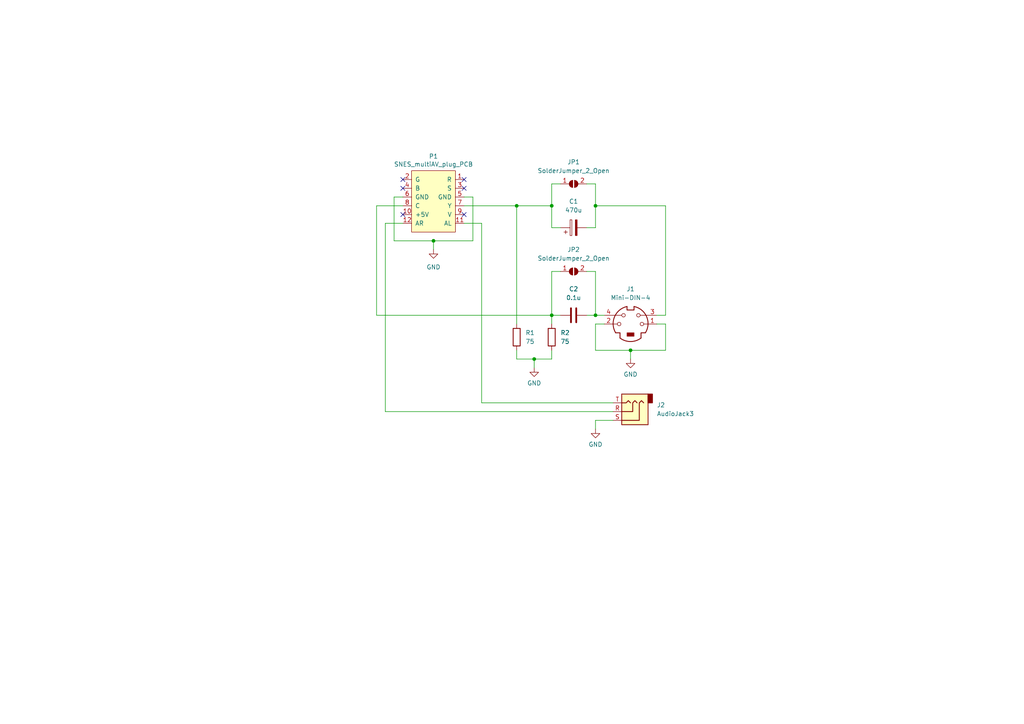
<source format=kicad_sch>
(kicad_sch (version 20250114) (generator "eeschema") (generator_version "9.0")
  (paper "A4")
  (title_block (title "YCPlug Type N") (date "2025-05-28") (rev "v0.1"))
  (lib_symbols
    (symbol "Connector:AudioJack3"
      (property "Reference" "J" (at 0 8.89 0))
      (property "Value" "AudioJack3" (at 0 6.35 0))
      (symbol "AudioJack3_0_1"
        (rectangle (start -5.08 -5.08) (end -6.35 -2.54) (stroke (width 0.254)) (fill (type outline)))
        (polyline (pts (xy -1.905 -2.54) (xy -1.27 -3.175) (xy -0.635 -2.54) (xy -0.635 0) (xy 2.54 0)) (stroke (width 0.254)))
        (polyline (pts (xy 0 -2.54) (xy 0.635 -3.175) (xy 1.27 -2.54) (xy 2.54 -2.54)) (stroke (width 0.254)))
        (rectangle (start 2.54 3.81) (end -5.08 -5.08) (stroke (width 0.254)) (fill (type background)))
        (polyline (pts (xy 2.54 2.54) (xy -2.54 2.54) (xy -2.54 -2.54) (xy -3.175 -3.175) (xy -3.81 -2.54)) (stroke (width 0.254)))
      )
      (symbol "AudioJack3_1_1"
        (pin passive line (at 5.08 2.54 180) (length 2.54) (name "~") (number "S"))
        (pin passive line (at 5.08 0 180) (length 2.54) (name "~") (number "R"))
        (pin passive line (at 5.08 -2.54 180) (length 2.54) (name "~") (number "T"))
      )
    )
    (symbol "Connector:Mini-DIN-4" (pin_names (offset 1.016))
      (property "Reference" "J" (at 0 6.35 0))
      (property "Value" "Mini-DIN-4" (at 0 -6.35 0))
      (symbol "Mini-DIN-4_0_1"
        (polyline (pts (xy -4.318 -2.54) (xy -3.048 -2.54) (xy -3.048 -4.064)) (stroke (width 0.254)))
        (polyline (pts (xy -3.81 0) (xy -5.08 0)))
        (circle (center -3.302 0) (radius 0.508))
        (polyline (pts (xy -2.54 2.54) (xy -5.08 2.54)))
        (circle (center -2.032 2.54) (radius 0.508))
        (polyline (pts (xy -1.016 5.08) (xy -1.016 4.064) (xy 1.016 4.064) (xy 1.016 5.08)) (stroke (width 0.254)))
        (rectangle (start -1.016 -2.54) (end 1.016 -3.556) (fill (type outline)))
        (arc (start 3.048 -4.064) (mid 0 -5.08) (end -3.048 -4.064) (stroke (width 0.254)))
        (arc (start 1.016 5.08) (mid 4.6646 2.1356) (end 4.318 -2.54) (stroke (width 0.254)))
        (arc (start -4.318 -2.54) (mid -4.6241 2.1181) (end -1.016 5.08) (stroke (width 0.254)))
        (circle (center 2.286 2.54) (radius 0.508))
        (polyline (pts (xy 2.794 2.54) (xy 5.08 2.54)))
        (circle (center 3.302 0) (radius 0.508))
        (polyline (pts (xy 4.318 -2.54) (xy 3.048 -2.54) (xy 3.048 -4.064)) (stroke (width 0.254)))
        (polyline (pts (xy 5.08 0) (xy 3.81 0)))
      )
      (symbol "Mini-DIN-4_1_1"
        (pin passive line (at -7.62 2.54 0) (length 2.54) (name "~") (number "4"))
        (pin passive line (at -7.62 0 0) (length 2.54) (name "~") (number "2"))
        (pin passive line (at 7.62 2.54 180) (length 2.54) (name "~") (number "3"))
        (pin passive line (at 7.62 0 180) (length 2.54) (name "~") (number "1"))
      )
    )
    (symbol "Device:C" (pin_numbers (hide yes)) (pin_names (offset 0.254))
      (property "Reference" "C" (at 0.635 2.54 0))
      (property "Value" "C" (at 0.635 -2.54 0))
      (symbol "C_0_1"
        (polyline (pts (xy -2.032 0.762) (xy 2.032 0.762)) (stroke (width 0.508)))
        (polyline (pts (xy -2.032 -0.762) (xy 2.032 -0.762)) (stroke (width 0.508)))
      )
      (symbol "C_1_1"
        (pin passive line (at 0 3.81 270) (length 2.794) (name "~") (number "1"))
        (pin passive line (at 0 -3.81 90) (length 2.794) (name "~") (number "2"))
      )
    )
    (symbol "Device:C_Polarized" (pin_numbers (hide yes)) (pin_names (offset 0.254))
      (property "Reference" "C" (at 0.635 2.54 0))
      (property "Value" "C_Polarized" (at 0.635 -2.54 0))
      (symbol "C_Polarized_0_1"
        (rectangle (start -2.286 0.508) (end 2.286 1.016))
        (polyline (pts (xy -1.778 2.286) (xy -0.762 2.286)))
        (polyline (pts (xy -1.27 2.794) (xy -1.27 1.778)))
        (rectangle (start 2.286 -0.508) (end -2.286 -1.016) (fill (type outline)))
      )
      (symbol "C_Polarized_1_1"
        (pin passive line (at 0 3.81 270) (length 2.794) (name "~") (number "1"))
        (pin passive line (at 0 -3.81 90) (length 2.794) (name "~") (number "2"))
      )
    )
    (symbol "Device:R" (pin_numbers (hide yes)) (pin_names (offset 0))
      (property "Reference" "R" (at 2.032 0 90))
      (property "Value" "R" (at 0 0 90))
      (symbol "R_0_1"
        (rectangle (start -1.016 -2.54) (end 1.016 2.54) (stroke (width 0.254)))
      )
      (symbol "R_1_1"
        (pin passive line (at 0 3.81 270) (length 1.27) (name "~") (number "1"))
        (pin passive line (at 0 -3.81 90) (length 1.27) (name "~") (number "2"))
      )
    )
    (symbol "Jumper:SolderJumper_2_Open" (pin_names (offset 0) (hide yes))
      (property "Reference" "JP" (at 0 2.032 0))
      (property "Value" "SolderJumper_2_Open" (at 0 -2.54 0))
      (symbol "SolderJumper_2_Open_0_1"
        (polyline (pts (xy -0.254 1.016) (xy -0.254 -1.016)))
        (arc (start -0.254 -1.016) (mid -1.2655 0) (end -0.254 1.016))
        (arc (start -0.254 -1.016) (mid -1.2655 0) (end -0.254 1.016) (fill (type outline)))
        (arc (start 0.254 1.016) (mid 1.2655 0) (end 0.254 -1.016))
        (arc (start 0.254 1.016) (mid 1.2655 0) (end 0.254 -1.016) (fill (type outline)))
        (polyline (pts (xy 0.254 1.016) (xy 0.254 -1.016)))
      )
      (symbol "SolderJumper_2_Open_1_1"
        (pin passive line (at -3.81 0 0) (length 2.54) (name "A") (number "1"))
        (pin passive line (at 3.81 0 180) (length 2.54) (name "B") (number "2"))
      )
    )
    (symbol "power:GND" (power) (pin_names (offset 0))
      (property "Value" "GND" (at 0 -3.81 0))
      (symbol "GND_0_1"
        (polyline (pts (xy 0 0) (xy 0 -1.27) (xy 1.27 -1.27) (xy 0 -2.54) (xy -1.27 -1.27) (xy 0 -1.27)))
      )
      (symbol "GND_1_1"
        (pin power_in line (at 0 0 270) (length 0) (hide yes) (name "GND") (number "1"))
      )
    )
    (symbol "retro_gaming:SNES_multiAV_plug_PCB" (pin_names (offset 1.016))
      (property "Reference" "P" (at 0 -10.16 0))
      (property "Value" "SNES_multiAV_plug_PCB" (at 0 10.16 0))
      (symbol "SNES_multiAV_plug_PCB_0_1"
        (rectangle (start -6.35 8.89) (end 6.35 -8.89) (fill (type background)))
      )
      (symbol "SNES_multiAV_plug_PCB_1_1"
        (pin passive line (at -8.89 6.35 0) (length 2.54) (name "G") (number "2"))
        (pin passive line (at -8.89 3.81 0) (length 2.54) (name "B") (number "4"))
        (pin passive line (at -8.89 1.27 0) (length 2.54) (name "GND") (number "6"))
        (pin passive line (at -8.89 -1.27 0) (length 2.54) (name "C") (number "8"))
        (pin passive line (at -8.89 -3.81 0) (length 2.54) (name "+5V") (number "10"))
        (pin passive line (at -8.89 -6.35 0) (length 2.54) (name "AR") (number "12"))
        (pin passive line (at 8.89 6.35 180) (length 2.54) (name "R") (number "1"))
        (pin passive line (at 8.89 3.81 180) (length 2.54) (name "S") (number "3"))
        (pin passive line (at 8.89 1.27 180) (length 2.54) (name "GND") (number "5"))
        (pin passive line (at 8.89 -1.27 180) (length 2.54) (name "Y") (number "7"))
        (pin passive line (at 8.89 -3.81 180) (length 2.54) (name "V") (number "9"))
        (pin passive line (at 8.89 -6.35 180) (length 2.54) (name "AL") (number "11"))
      )
    )
  )
  (junction (at 125.73 69.85))
  (junction (at 182.88 101.6))
  (junction (at 160.02 91.44))
  (junction (at 160.02 59.69))
  (junction (at 172.72 91.44))
  (junction (at 149.86 59.69))
  (junction (at 154.94 104.14))
  (junction (at 172.72 59.69))
  (no_connect (at 116.84 52.07))
  (no_connect (at 134.62 54.61))
  (no_connect (at 134.62 52.07))
  (no_connect (at 116.84 54.61))
  (no_connect (at 134.62 62.23))
  (no_connect (at 116.84 62.23))
  (wire (pts (xy 172.72 59.69) (xy 193.04 59.69)))
  (wire (pts (xy 190.5 91.44) (xy 193.04 91.44)))
  (wire (pts (xy 149.86 104.14) (xy 154.94 104.14)))
  (wire (pts (xy 109.22 91.44) (xy 109.22 59.69)))
  (wire (pts (xy 162.56 53.34) (xy 160.02 53.34)))
  (wire (pts (xy 160.02 53.34) (xy 160.02 59.69)))
  (wire (pts (xy 116.84 57.15) (xy 114.3 57.15)))
  (wire (pts (xy 160.02 91.44) (xy 160.02 93.98)))
  (wire (pts (xy 170.18 53.34) (xy 172.72 53.34)))
  (wire (pts (xy 175.26 91.44) (xy 172.72 91.44)))
  (wire (pts (xy 160.02 104.14) (xy 160.02 101.6)))
  (wire (pts (xy 111.76 119.38) (xy 177.8 119.38)))
  (wire (pts (xy 116.84 59.69) (xy 109.22 59.69)))
  (wire (pts (xy 162.56 91.44) (xy 160.02 91.44)))
  (wire (pts (xy 160.02 91.44) (xy 160.02 78.74)))
  (wire (pts (xy 125.73 69.85) (xy 125.73 72.39)))
  (wire (pts (xy 172.72 66.04) (xy 170.18 66.04)))
  (wire (pts (xy 160.02 78.74) (xy 162.56 78.74)))
  (wire (pts (xy 149.86 59.69) (xy 149.86 93.98)))
  (wire (pts (xy 182.88 101.6) (xy 193.04 101.6)))
  (wire (pts (xy 154.94 104.14) (xy 160.02 104.14)))
  (wire (pts (xy 172.72 59.69) (xy 172.72 66.04)))
  (wire (pts (xy 139.7 64.77) (xy 139.7 116.84)))
  (wire (pts (xy 172.72 53.34) (xy 172.72 59.69)))
  (wire (pts (xy 137.16 57.15) (xy 137.16 69.85)))
  (wire (pts (xy 114.3 69.85) (xy 125.73 69.85)))
  (wire (pts (xy 172.72 101.6) (xy 182.88 101.6)))
  (wire (pts (xy 149.86 101.6) (xy 149.86 104.14)))
  (wire (pts (xy 111.76 64.77) (xy 116.84 64.77)))
  (wire (pts (xy 154.94 104.14) (xy 154.94 106.68)))
  (wire (pts (xy 134.62 59.69) (xy 149.86 59.69)))
  (wire (pts (xy 137.16 57.15) (xy 134.62 57.15)))
  (wire (pts (xy 182.88 101.6) (xy 182.88 104.14)))
  (wire (pts (xy 125.73 69.85) (xy 137.16 69.85)))
  (wire (pts (xy 160.02 91.44) (xy 109.22 91.44)))
  (wire (pts (xy 175.26 93.98) (xy 172.72 93.98)))
  (wire (pts (xy 193.04 101.6) (xy 193.04 93.98)))
  (wire (pts (xy 139.7 116.84) (xy 177.8 116.84)))
  (wire (pts (xy 134.62 64.77) (xy 139.7 64.77)))
  (wire (pts (xy 172.72 121.92) (xy 172.72 124.46)))
  (wire (pts (xy 193.04 91.44) (xy 193.04 59.69)))
  (wire (pts (xy 114.3 57.15) (xy 114.3 69.85)))
  (wire (pts (xy 172.72 121.92) (xy 177.8 121.92)))
  (wire (pts (xy 170.18 91.44) (xy 172.72 91.44)))
  (wire (pts (xy 170.18 78.74) (xy 172.72 78.74)))
  (wire (pts (xy 111.76 64.77) (xy 111.76 119.38)))
  (wire (pts (xy 160.02 66.04) (xy 162.56 66.04)))
  (wire (pts (xy 172.72 93.98) (xy 172.72 101.6)))
  (wire (pts (xy 149.86 59.69) (xy 160.02 59.69)))
  (wire (pts (xy 193.04 93.98) (xy 190.5 93.98)))
  (wire (pts (xy 160.02 59.69) (xy 160.02 66.04)))
  (wire (pts (xy 172.72 78.74) (xy 172.72 91.44)))
  (symbol (lib_id "retro_gaming:SNES_multiAV_plug_PCB") (at 125.73 58.42 0) (unit 1)
    (property "Reference" "P1" (at 125.73 45.339 0))
    (property "Value" "SNES_multiAV_plug_PCB" (at 125.73 47.6504 0))
    (property "Footprint" "retro_gaming:SNES_multiAV_plug_PCB" (effects (hide yes)))
  )
  (symbol (lib_id "power:GND") (at 182.88 104.14 0) (unit 1)
    (property "Reference" "#PWR0101" (effects (hide yes)))
    (property "Value" "GND" (at 182.88 108.585 0))
  )
  (symbol (lib_id "Connector:Mini-DIN-4") (at 182.88 93.98 0) (unit 1)
    (property "Reference" "J1" (at 182.8977 83.82 0))
    (property "Value" "Mini-DIN-4" (at 182.8977 86.36 0))
    (property "Footprint" "retro_gaming:MD-40S" (effects (hide yes)))
    (property "Datasheet" "http://service.powerdynamics.com/ec/Catalog17/Section%2011.pdf" (effects (hide yes)))
  )
  (symbol (lib_id "Jumper:SolderJumper_2_Open") (at 166.37 78.74 0) (unit 1)
    (property "Reference" "JP2" (at 166.37 72.39 0))
    (property "Value" "SolderJumper_2_Open" (at 166.37 74.93 0))
    (property "Footprint" "Jumper:SolderJumper-2_P1.3mm_Open_TrianglePad1.0x1.5mm" (effects (hide yes)))
  )
  (symbol (lib_id "Device:C") (at 166.37 91.44 90) (unit 1)
    (property "Reference" "C2" (at 166.37 83.82 90))
    (property "Value" "0.1u" (at 166.37 86.36 90))
    (property "Footprint" "Capacitor_SMD:C_0805_2012Metric_Pad1.18x1.45mm_HandSolder" (effects (hide yes)))
  )
  (symbol (lib_id "Jumper:SolderJumper_2_Open") (at 166.37 53.34 0) (unit 1)
    (property "Reference" "JP1" (at 166.37 46.99 0))
    (property "Value" "SolderJumper_2_Open" (at 166.37 49.53 0))
    (property "Footprint" "Jumper:SolderJumper-2_P1.3mm_Open_TrianglePad1.0x1.5mm" (effects (hide yes)))
  )
  (symbol (lib_id "Connector:AudioJack3") (at 182.88 119.38 180) (unit 1)
    (property "Reference" "J2" (at 190.5 117.4749 0) (effects (justify right)))
    (property "Value" "AudioJack3" (at 190.5 120.0149 0) (effects (justify right)))
    (property "Footprint" "Connector_Audio:Jack_3.5mm_CUI_SJ1-3533NG_Horizontal" (effects (hide yes)))
  )
  (symbol (lib_id "Device:R") (at 149.86 97.79 0) (unit 1)
    (property "Reference" "R1" (at 152.4 96.5199 0) (effects (justify left)))
    (property "Value" "75" (at 152.4 99.0599 0) (effects (justify left)))
    (property "Footprint" "Resistor_SMD:R_0805_2012Metric_Pad1.20x1.40mm_HandSolder" (effects (hide yes)))
  )
  (symbol (lib_id "power:GND") (at 125.73 72.39 0) (unit 1)
    (property "Reference" "#PWR01" (effects (hide yes)))
    (property "Value" "GND" (at 125.73 77.47 0))
  )
  (symbol (lib_id "power:GND") (at 172.72 124.46 0) (unit 1)
    (property "Reference" "#PWR0103" (effects (hide yes)))
    (property "Value" "GND" (at 172.72 128.905 0))
  )
  (symbol (lib_id "power:GND") (at 154.94 106.68 0) (unit 1)
    (property "Reference" "#PWR0102" (effects (hide yes)))
    (property "Value" "GND" (at 154.94 111.125 0))
  )
  (symbol (lib_id "Device:R") (at 160.02 97.79 0) (unit 1)
    (property "Reference" "R2" (at 162.56 96.5199 0) (effects (justify left)))
    (property "Value" "75" (at 162.56 99.0599 0) (effects (justify left)))
    (property "Footprint" "Resistor_SMD:R_0805_2012Metric_Pad1.20x1.40mm_HandSolder" (effects (hide yes)))
  )
  (symbol (lib_id "Device:C_Polarized") (at 166.37 66.04 90) (unit 1)
    (property "Reference" "C1" (at 166.37 58.42 90))
    (property "Value" "470u" (at 166.37 60.96 90))
    (property "Footprint" "Capacitor_Tantalum_SMD:CP_EIA-7343-30_AVX-N_Pad2.25x2.55mm_HandSolder" (effects (hide yes)))
  )
)
</source>
